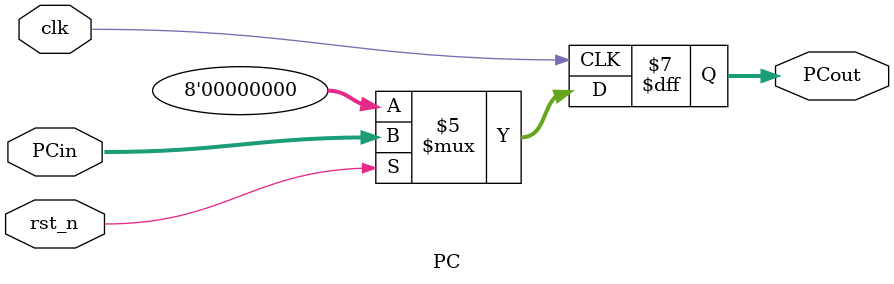
<source format=v>
module PC(
    input clk,
    input rst_n,
    input [7:0] PCin,
    output reg [7:0] PCout
);
initial begin
    PCout = 0;
end

always@(posedge clk) begin
    if(!rst_n) PCout = 0;
    else PCout = PCin;
end

endmodule
</source>
